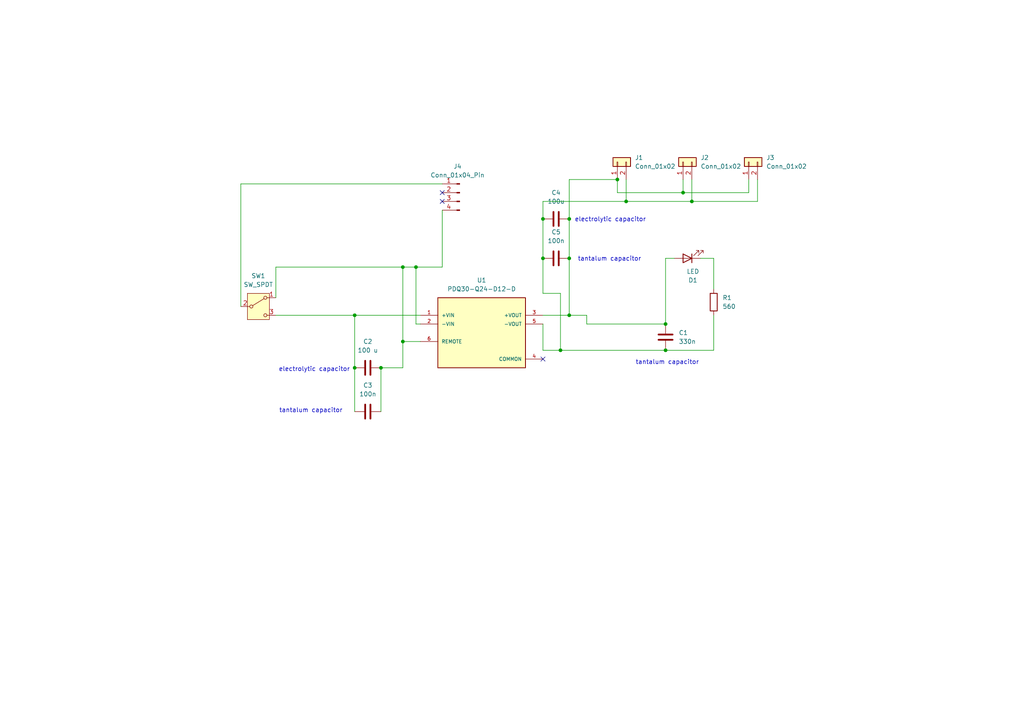
<source format=kicad_sch>
(kicad_sch
	(version 20250114)
	(generator "eeschema")
	(generator_version "9.0")
	(uuid "730a7e3b-debe-415e-92d1-0c8950d2c05d")
	(paper "A4")
	(lib_symbols
		(symbol "Connector:Conn_01x04_Pin"
			(pin_names
				(offset 1.016)
				(hide yes)
			)
			(exclude_from_sim no)
			(in_bom yes)
			(on_board yes)
			(property "Reference" "J"
				(at 0 5.08 0)
				(effects
					(font
						(size 1.27 1.27)
					)
				)
			)
			(property "Value" "Conn_01x04_Pin"
				(at 0 -7.62 0)
				(effects
					(font
						(size 1.27 1.27)
					)
				)
			)
			(property "Footprint" ""
				(at 0 0 0)
				(effects
					(font
						(size 1.27 1.27)
					)
					(hide yes)
				)
			)
			(property "Datasheet" "~"
				(at 0 0 0)
				(effects
					(font
						(size 1.27 1.27)
					)
					(hide yes)
				)
			)
			(property "Description" "Generic connector, single row, 01x04, script generated"
				(at 0 0 0)
				(effects
					(font
						(size 1.27 1.27)
					)
					(hide yes)
				)
			)
			(property "ki_locked" ""
				(at 0 0 0)
				(effects
					(font
						(size 1.27 1.27)
					)
				)
			)
			(property "ki_keywords" "connector"
				(at 0 0 0)
				(effects
					(font
						(size 1.27 1.27)
					)
					(hide yes)
				)
			)
			(property "ki_fp_filters" "Connector*:*_1x??_*"
				(at 0 0 0)
				(effects
					(font
						(size 1.27 1.27)
					)
					(hide yes)
				)
			)
			(symbol "Conn_01x04_Pin_1_1"
				(rectangle
					(start 0.8636 2.667)
					(end 0 2.413)
					(stroke
						(width 0.1524)
						(type default)
					)
					(fill
						(type outline)
					)
				)
				(rectangle
					(start 0.8636 0.127)
					(end 0 -0.127)
					(stroke
						(width 0.1524)
						(type default)
					)
					(fill
						(type outline)
					)
				)
				(rectangle
					(start 0.8636 -2.413)
					(end 0 -2.667)
					(stroke
						(width 0.1524)
						(type default)
					)
					(fill
						(type outline)
					)
				)
				(rectangle
					(start 0.8636 -4.953)
					(end 0 -5.207)
					(stroke
						(width 0.1524)
						(type default)
					)
					(fill
						(type outline)
					)
				)
				(polyline
					(pts
						(xy 1.27 2.54) (xy 0.8636 2.54)
					)
					(stroke
						(width 0.1524)
						(type default)
					)
					(fill
						(type none)
					)
				)
				(polyline
					(pts
						(xy 1.27 0) (xy 0.8636 0)
					)
					(stroke
						(width 0.1524)
						(type default)
					)
					(fill
						(type none)
					)
				)
				(polyline
					(pts
						(xy 1.27 -2.54) (xy 0.8636 -2.54)
					)
					(stroke
						(width 0.1524)
						(type default)
					)
					(fill
						(type none)
					)
				)
				(polyline
					(pts
						(xy 1.27 -5.08) (xy 0.8636 -5.08)
					)
					(stroke
						(width 0.1524)
						(type default)
					)
					(fill
						(type none)
					)
				)
				(pin passive line
					(at 5.08 2.54 180)
					(length 3.81)
					(name "Pin_1"
						(effects
							(font
								(size 1.27 1.27)
							)
						)
					)
					(number "1"
						(effects
							(font
								(size 1.27 1.27)
							)
						)
					)
				)
				(pin passive line
					(at 5.08 0 180)
					(length 3.81)
					(name "Pin_2"
						(effects
							(font
								(size 1.27 1.27)
							)
						)
					)
					(number "2"
						(effects
							(font
								(size 1.27 1.27)
							)
						)
					)
				)
				(pin passive line
					(at 5.08 -2.54 180)
					(length 3.81)
					(name "Pin_3"
						(effects
							(font
								(size 1.27 1.27)
							)
						)
					)
					(number "3"
						(effects
							(font
								(size 1.27 1.27)
							)
						)
					)
				)
				(pin passive line
					(at 5.08 -5.08 180)
					(length 3.81)
					(name "Pin_4"
						(effects
							(font
								(size 1.27 1.27)
							)
						)
					)
					(number "4"
						(effects
							(font
								(size 1.27 1.27)
							)
						)
					)
				)
			)
			(embedded_fonts no)
		)
		(symbol "Connector_Generic:Conn_01x02"
			(pin_names
				(offset 1.016)
				(hide yes)
			)
			(exclude_from_sim no)
			(in_bom yes)
			(on_board yes)
			(property "Reference" "J"
				(at 0 2.54 0)
				(effects
					(font
						(size 1.27 1.27)
					)
				)
			)
			(property "Value" "Conn_01x02"
				(at 0 -5.08 0)
				(effects
					(font
						(size 1.27 1.27)
					)
				)
			)
			(property "Footprint" ""
				(at 0 0 0)
				(effects
					(font
						(size 1.27 1.27)
					)
					(hide yes)
				)
			)
			(property "Datasheet" "~"
				(at 0 0 0)
				(effects
					(font
						(size 1.27 1.27)
					)
					(hide yes)
				)
			)
			(property "Description" "Generic connector, single row, 01x02, script generated (kicad-library-utils/schlib/autogen/connector/)"
				(at 0 0 0)
				(effects
					(font
						(size 1.27 1.27)
					)
					(hide yes)
				)
			)
			(property "ki_keywords" "connector"
				(at 0 0 0)
				(effects
					(font
						(size 1.27 1.27)
					)
					(hide yes)
				)
			)
			(property "ki_fp_filters" "Connector*:*_1x??_*"
				(at 0 0 0)
				(effects
					(font
						(size 1.27 1.27)
					)
					(hide yes)
				)
			)
			(symbol "Conn_01x02_1_1"
				(rectangle
					(start -1.27 1.27)
					(end 1.27 -3.81)
					(stroke
						(width 0.254)
						(type default)
					)
					(fill
						(type background)
					)
				)
				(rectangle
					(start -1.27 0.127)
					(end 0 -0.127)
					(stroke
						(width 0.1524)
						(type default)
					)
					(fill
						(type none)
					)
				)
				(rectangle
					(start -1.27 -2.413)
					(end 0 -2.667)
					(stroke
						(width 0.1524)
						(type default)
					)
					(fill
						(type none)
					)
				)
				(pin passive line
					(at -5.08 0 0)
					(length 3.81)
					(name "Pin_1"
						(effects
							(font
								(size 1.27 1.27)
							)
						)
					)
					(number "1"
						(effects
							(font
								(size 1.27 1.27)
							)
						)
					)
				)
				(pin passive line
					(at -5.08 -2.54 0)
					(length 3.81)
					(name "Pin_2"
						(effects
							(font
								(size 1.27 1.27)
							)
						)
					)
					(number "2"
						(effects
							(font
								(size 1.27 1.27)
							)
						)
					)
				)
			)
			(embedded_fonts no)
		)
		(symbol "Device:C"
			(pin_numbers
				(hide yes)
			)
			(pin_names
				(offset 0.254)
			)
			(exclude_from_sim no)
			(in_bom yes)
			(on_board yes)
			(property "Reference" "C"
				(at 0.635 2.54 0)
				(effects
					(font
						(size 1.27 1.27)
					)
					(justify left)
				)
			)
			(property "Value" "C"
				(at 0.635 -2.54 0)
				(effects
					(font
						(size 1.27 1.27)
					)
					(justify left)
				)
			)
			(property "Footprint" ""
				(at 0.9652 -3.81 0)
				(effects
					(font
						(size 1.27 1.27)
					)
					(hide yes)
				)
			)
			(property "Datasheet" "~"
				(at 0 0 0)
				(effects
					(font
						(size 1.27 1.27)
					)
					(hide yes)
				)
			)
			(property "Description" "Unpolarized capacitor"
				(at 0 0 0)
				(effects
					(font
						(size 1.27 1.27)
					)
					(hide yes)
				)
			)
			(property "ki_keywords" "cap capacitor"
				(at 0 0 0)
				(effects
					(font
						(size 1.27 1.27)
					)
					(hide yes)
				)
			)
			(property "ki_fp_filters" "C_*"
				(at 0 0 0)
				(effects
					(font
						(size 1.27 1.27)
					)
					(hide yes)
				)
			)
			(symbol "C_0_1"
				(polyline
					(pts
						(xy -2.032 0.762) (xy 2.032 0.762)
					)
					(stroke
						(width 0.508)
						(type default)
					)
					(fill
						(type none)
					)
				)
				(polyline
					(pts
						(xy -2.032 -0.762) (xy 2.032 -0.762)
					)
					(stroke
						(width 0.508)
						(type default)
					)
					(fill
						(type none)
					)
				)
			)
			(symbol "C_1_1"
				(pin passive line
					(at 0 3.81 270)
					(length 2.794)
					(name "~"
						(effects
							(font
								(size 1.27 1.27)
							)
						)
					)
					(number "1"
						(effects
							(font
								(size 1.27 1.27)
							)
						)
					)
				)
				(pin passive line
					(at 0 -3.81 90)
					(length 2.794)
					(name "~"
						(effects
							(font
								(size 1.27 1.27)
							)
						)
					)
					(number "2"
						(effects
							(font
								(size 1.27 1.27)
							)
						)
					)
				)
			)
			(embedded_fonts no)
		)
		(symbol "Device:LED"
			(pin_numbers
				(hide yes)
			)
			(pin_names
				(offset 1.016)
				(hide yes)
			)
			(exclude_from_sim no)
			(in_bom yes)
			(on_board yes)
			(property "Reference" "D"
				(at 0 2.54 0)
				(effects
					(font
						(size 1.27 1.27)
					)
				)
			)
			(property "Value" "LED"
				(at 0 -2.54 0)
				(effects
					(font
						(size 1.27 1.27)
					)
				)
			)
			(property "Footprint" ""
				(at 0 0 0)
				(effects
					(font
						(size 1.27 1.27)
					)
					(hide yes)
				)
			)
			(property "Datasheet" "~"
				(at 0 0 0)
				(effects
					(font
						(size 1.27 1.27)
					)
					(hide yes)
				)
			)
			(property "Description" "Light emitting diode"
				(at 0 0 0)
				(effects
					(font
						(size 1.27 1.27)
					)
					(hide yes)
				)
			)
			(property "Sim.Pins" "1=K 2=A"
				(at 0 0 0)
				(effects
					(font
						(size 1.27 1.27)
					)
					(hide yes)
				)
			)
			(property "ki_keywords" "LED diode"
				(at 0 0 0)
				(effects
					(font
						(size 1.27 1.27)
					)
					(hide yes)
				)
			)
			(property "ki_fp_filters" "LED* LED_SMD:* LED_THT:*"
				(at 0 0 0)
				(effects
					(font
						(size 1.27 1.27)
					)
					(hide yes)
				)
			)
			(symbol "LED_0_1"
				(polyline
					(pts
						(xy -3.048 -0.762) (xy -4.572 -2.286) (xy -3.81 -2.286) (xy -4.572 -2.286) (xy -4.572 -1.524)
					)
					(stroke
						(width 0)
						(type default)
					)
					(fill
						(type none)
					)
				)
				(polyline
					(pts
						(xy -1.778 -0.762) (xy -3.302 -2.286) (xy -2.54 -2.286) (xy -3.302 -2.286) (xy -3.302 -1.524)
					)
					(stroke
						(width 0)
						(type default)
					)
					(fill
						(type none)
					)
				)
				(polyline
					(pts
						(xy -1.27 0) (xy 1.27 0)
					)
					(stroke
						(width 0)
						(type default)
					)
					(fill
						(type none)
					)
				)
				(polyline
					(pts
						(xy -1.27 -1.27) (xy -1.27 1.27)
					)
					(stroke
						(width 0.254)
						(type default)
					)
					(fill
						(type none)
					)
				)
				(polyline
					(pts
						(xy 1.27 -1.27) (xy 1.27 1.27) (xy -1.27 0) (xy 1.27 -1.27)
					)
					(stroke
						(width 0.254)
						(type default)
					)
					(fill
						(type none)
					)
				)
			)
			(symbol "LED_1_1"
				(pin passive line
					(at -3.81 0 0)
					(length 2.54)
					(name "K"
						(effects
							(font
								(size 1.27 1.27)
							)
						)
					)
					(number "1"
						(effects
							(font
								(size 1.27 1.27)
							)
						)
					)
				)
				(pin passive line
					(at 3.81 0 180)
					(length 2.54)
					(name "A"
						(effects
							(font
								(size 1.27 1.27)
							)
						)
					)
					(number "2"
						(effects
							(font
								(size 1.27 1.27)
							)
						)
					)
				)
			)
			(embedded_fonts no)
		)
		(symbol "Device:R"
			(pin_numbers
				(hide yes)
			)
			(pin_names
				(offset 0)
			)
			(exclude_from_sim no)
			(in_bom yes)
			(on_board yes)
			(property "Reference" "R"
				(at 2.032 0 90)
				(effects
					(font
						(size 1.27 1.27)
					)
				)
			)
			(property "Value" "R"
				(at 0 0 90)
				(effects
					(font
						(size 1.27 1.27)
					)
				)
			)
			(property "Footprint" ""
				(at -1.778 0 90)
				(effects
					(font
						(size 1.27 1.27)
					)
					(hide yes)
				)
			)
			(property "Datasheet" "~"
				(at 0 0 0)
				(effects
					(font
						(size 1.27 1.27)
					)
					(hide yes)
				)
			)
			(property "Description" "Resistor"
				(at 0 0 0)
				(effects
					(font
						(size 1.27 1.27)
					)
					(hide yes)
				)
			)
			(property "ki_keywords" "R res resistor"
				(at 0 0 0)
				(effects
					(font
						(size 1.27 1.27)
					)
					(hide yes)
				)
			)
			(property "ki_fp_filters" "R_*"
				(at 0 0 0)
				(effects
					(font
						(size 1.27 1.27)
					)
					(hide yes)
				)
			)
			(symbol "R_0_1"
				(rectangle
					(start -1.016 -2.54)
					(end 1.016 2.54)
					(stroke
						(width 0.254)
						(type default)
					)
					(fill
						(type none)
					)
				)
			)
			(symbol "R_1_1"
				(pin passive line
					(at 0 3.81 270)
					(length 1.27)
					(name "~"
						(effects
							(font
								(size 1.27 1.27)
							)
						)
					)
					(number "1"
						(effects
							(font
								(size 1.27 1.27)
							)
						)
					)
				)
				(pin passive line
					(at 0 -3.81 90)
					(length 1.27)
					(name "~"
						(effects
							(font
								(size 1.27 1.27)
							)
						)
					)
					(number "2"
						(effects
							(font
								(size 1.27 1.27)
							)
						)
					)
				)
			)
			(embedded_fonts no)
		)
		(symbol "PDQ30-Q24-D12-D:PDQ30-Q24-D12-D"
			(pin_names
				(offset 1.016)
			)
			(exclude_from_sim no)
			(in_bom yes)
			(on_board yes)
			(property "Reference" "U"
				(at -12.7117 10.1694 0)
				(effects
					(font
						(size 1.27 1.27)
					)
					(justify left bottom)
				)
			)
			(property "Value" "PDQ30-Q24-D12-D"
				(at -12.7338 -12.7338 0)
				(effects
					(font
						(size 1.27 1.27)
					)
					(justify left bottom)
				)
			)
			(property "Footprint" "PDQ30-Q24-D12-D:CONV_PDQ30-Q24-D12-D"
				(at 0 0 0)
				(effects
					(font
						(size 1.27 1.27)
					)
					(justify bottom)
					(hide yes)
				)
			)
			(property "Datasheet" ""
				(at 0 0 0)
				(effects
					(font
						(size 1.27 1.27)
					)
					(hide yes)
				)
			)
			(property "Description" ""
				(at 0 0 0)
				(effects
					(font
						(size 1.27 1.27)
					)
					(hide yes)
				)
			)
			(property "PARTREV" "1.0"
				(at 0 0 0)
				(effects
					(font
						(size 1.27 1.27)
					)
					(justify bottom)
					(hide yes)
				)
			)
			(property "MANUFACTURER" "CUI Inc"
				(at 0 0 0)
				(effects
					(font
						(size 1.27 1.27)
					)
					(justify bottom)
					(hide yes)
				)
			)
			(property "STANDARD" "Manufacturer Recommendations"
				(at 0 0 0)
				(effects
					(font
						(size 1.27 1.27)
					)
					(justify bottom)
					(hide yes)
				)
			)
			(symbol "PDQ30-Q24-D12-D_0_0"
				(rectangle
					(start -12.7 -10.16)
					(end 12.7 10.16)
					(stroke
						(width 0.254)
						(type default)
					)
					(fill
						(type background)
					)
				)
				(pin input line
					(at -17.78 5.08 0)
					(length 5.08)
					(name "+VIN"
						(effects
							(font
								(size 1.016 1.016)
							)
						)
					)
					(number "1"
						(effects
							(font
								(size 1.016 1.016)
							)
						)
					)
				)
				(pin input line
					(at -17.78 2.54 0)
					(length 5.08)
					(name "-VIN"
						(effects
							(font
								(size 1.016 1.016)
							)
						)
					)
					(number "2"
						(effects
							(font
								(size 1.016 1.016)
							)
						)
					)
				)
				(pin input line
					(at -17.78 -2.54 0)
					(length 5.08)
					(name "REMOTE"
						(effects
							(font
								(size 1.016 1.016)
							)
						)
					)
					(number "6"
						(effects
							(font
								(size 1.016 1.016)
							)
						)
					)
				)
				(pin output line
					(at 17.78 5.08 180)
					(length 5.08)
					(name "+VOUT"
						(effects
							(font
								(size 1.016 1.016)
							)
						)
					)
					(number "3"
						(effects
							(font
								(size 1.016 1.016)
							)
						)
					)
				)
				(pin output line
					(at 17.78 2.54 180)
					(length 5.08)
					(name "-VOUT"
						(effects
							(font
								(size 1.016 1.016)
							)
						)
					)
					(number "5"
						(effects
							(font
								(size 1.016 1.016)
							)
						)
					)
				)
				(pin power_in line
					(at 17.78 -7.62 180)
					(length 5.08)
					(name "COMMON"
						(effects
							(font
								(size 1.016 1.016)
							)
						)
					)
					(number "4"
						(effects
							(font
								(size 1.016 1.016)
							)
						)
					)
				)
			)
			(embedded_fonts no)
		)
		(symbol "Switch:SW_SPDT"
			(pin_names
				(offset 0)
				(hide yes)
			)
			(exclude_from_sim no)
			(in_bom yes)
			(on_board yes)
			(property "Reference" "SW"
				(at 0 5.08 0)
				(effects
					(font
						(size 1.27 1.27)
					)
				)
			)
			(property "Value" "SW_SPDT"
				(at 0 -5.08 0)
				(effects
					(font
						(size 1.27 1.27)
					)
				)
			)
			(property "Footprint" ""
				(at 0 0 0)
				(effects
					(font
						(size 1.27 1.27)
					)
					(hide yes)
				)
			)
			(property "Datasheet" "~"
				(at 0 -7.62 0)
				(effects
					(font
						(size 1.27 1.27)
					)
					(hide yes)
				)
			)
			(property "Description" "Switch, single pole double throw"
				(at 0 0 0)
				(effects
					(font
						(size 1.27 1.27)
					)
					(hide yes)
				)
			)
			(property "ki_keywords" "switch single-pole double-throw spdt ON-ON"
				(at 0 0 0)
				(effects
					(font
						(size 1.27 1.27)
					)
					(hide yes)
				)
			)
			(symbol "SW_SPDT_0_1"
				(circle
					(center -2.032 0)
					(radius 0.4572)
					(stroke
						(width 0)
						(type default)
					)
					(fill
						(type none)
					)
				)
				(polyline
					(pts
						(xy -1.651 0.254) (xy 1.651 2.286)
					)
					(stroke
						(width 0)
						(type default)
					)
					(fill
						(type none)
					)
				)
				(circle
					(center 2.032 2.54)
					(radius 0.4572)
					(stroke
						(width 0)
						(type default)
					)
					(fill
						(type none)
					)
				)
				(circle
					(center 2.032 -2.54)
					(radius 0.4572)
					(stroke
						(width 0)
						(type default)
					)
					(fill
						(type none)
					)
				)
			)
			(symbol "SW_SPDT_1_1"
				(rectangle
					(start -3.175 3.81)
					(end 3.175 -3.81)
					(stroke
						(width 0)
						(type default)
					)
					(fill
						(type background)
					)
				)
				(pin passive line
					(at -5.08 0 0)
					(length 2.54)
					(name "B"
						(effects
							(font
								(size 1.27 1.27)
							)
						)
					)
					(number "2"
						(effects
							(font
								(size 1.27 1.27)
							)
						)
					)
				)
				(pin passive line
					(at 5.08 2.54 180)
					(length 2.54)
					(name "A"
						(effects
							(font
								(size 1.27 1.27)
							)
						)
					)
					(number "1"
						(effects
							(font
								(size 1.27 1.27)
							)
						)
					)
				)
				(pin passive line
					(at 5.08 -2.54 180)
					(length 2.54)
					(name "C"
						(effects
							(font
								(size 1.27 1.27)
							)
						)
					)
					(number "3"
						(effects
							(font
								(size 1.27 1.27)
							)
						)
					)
				)
			)
			(embedded_fonts no)
		)
	)
	(text "electrolytic capacitor"
		(exclude_from_sim no)
		(at 177.038 63.754 0)
		(effects
			(font
				(size 1.27 1.27)
			)
		)
		(uuid "0b7f2edf-f109-4e51-9e4c-963049c6f5ea")
	)
	(text "electrolytic capacitor"
		(exclude_from_sim no)
		(at 91.186 107.188 0)
		(effects
			(font
				(size 1.27 1.27)
			)
		)
		(uuid "184292cf-4720-4a1f-9d5c-118f85e35ba7")
	)
	(text "tantalum capacitor"
		(exclude_from_sim no)
		(at 193.548 105.156 0)
		(effects
			(font
				(size 1.27 1.27)
			)
		)
		(uuid "50f3024a-bcaf-4bc3-83b4-3ed121f5ac68")
	)
	(text "tantalum capacitor"
		(exclude_from_sim no)
		(at 90.17 119.126 0)
		(effects
			(font
				(size 1.27 1.27)
			)
		)
		(uuid "d02aa812-f2eb-42bf-a724-4d879b1b2e5a")
	)
	(text "tantalum capacitor"
		(exclude_from_sim no)
		(at 176.784 75.184 0)
		(effects
			(font
				(size 1.27 1.27)
			)
		)
		(uuid "db4e70b4-165c-48b4-b777-387a76759378")
	)
	(junction
		(at 157.48 63.5)
		(diameter 0)
		(color 0 0 0 0)
		(uuid "11549b9d-dd69-40d1-a1d9-1639cd2c66c6")
	)
	(junction
		(at 179.07 52.07)
		(diameter 0)
		(color 0 0 0 0)
		(uuid "11b218f1-352b-4943-b688-7c7612251fbe")
	)
	(junction
		(at 110.49 106.68)
		(diameter 0)
		(color 0 0 0 0)
		(uuid "163d431e-f602-4d1e-aa2c-9b6f78bf5af6")
	)
	(junction
		(at 165.1 91.44)
		(diameter 0)
		(color 0 0 0 0)
		(uuid "1f8a7f88-68dc-4a99-abab-f5863c21b677")
	)
	(junction
		(at 102.87 106.68)
		(diameter 0)
		(color 0 0 0 0)
		(uuid "202a9256-f8a9-4c16-aea2-b28b670a18c4")
	)
	(junction
		(at 198.12 55.88)
		(diameter 0)
		(color 0 0 0 0)
		(uuid "309cf825-bf10-462f-a096-5b037c509ba3")
	)
	(junction
		(at 200.66 58.42)
		(diameter 0)
		(color 0 0 0 0)
		(uuid "34fc92fb-a8b2-409f-a624-aa3965e3d083")
	)
	(junction
		(at 157.48 74.93)
		(diameter 0)
		(color 0 0 0 0)
		(uuid "4cf452aa-864d-4be8-8f82-f843ca5d409a")
	)
	(junction
		(at 102.87 91.44)
		(diameter 0)
		(color 0 0 0 0)
		(uuid "6f7f7054-0714-44d7-a2c7-fb81ad1ec70d")
	)
	(junction
		(at 120.65 77.47)
		(diameter 0)
		(color 0 0 0 0)
		(uuid "7ae5d7ec-01d6-4208-b6a2-0467b2e5011a")
	)
	(junction
		(at 116.84 99.06)
		(diameter 0)
		(color 0 0 0 0)
		(uuid "870e1cab-2480-4ab2-a4e0-d3ab9fe8e044")
	)
	(junction
		(at 165.1 74.93)
		(diameter 0)
		(color 0 0 0 0)
		(uuid "a3b63466-a529-4187-b544-8bbc38cca1f6")
	)
	(junction
		(at 165.1 63.5)
		(diameter 0)
		(color 0 0 0 0)
		(uuid "a5262fe7-3558-4419-89d9-59fac14abe1f")
	)
	(junction
		(at 193.04 101.6)
		(diameter 0)
		(color 0 0 0 0)
		(uuid "bc412ffb-2972-488b-b4bb-7309e7423d58")
	)
	(junction
		(at 116.84 77.47)
		(diameter 0)
		(color 0 0 0 0)
		(uuid "cf223327-ac2d-4b48-aa38-d228b455fb89")
	)
	(junction
		(at 181.61 58.42)
		(diameter 0)
		(color 0 0 0 0)
		(uuid "e9027f9b-4435-4548-8090-85ea9bdd65fe")
	)
	(junction
		(at 162.56 101.6)
		(diameter 0)
		(color 0 0 0 0)
		(uuid "f01a8df4-d8bc-4f19-b621-34391952e70c")
	)
	(junction
		(at 193.04 93.98)
		(diameter 0)
		(color 0 0 0 0)
		(uuid "f8a08ad2-bbe1-4bcb-b3c2-3c0a72c15278")
	)
	(no_connect
		(at 128.27 58.42)
		(uuid "801d0c4d-8f5f-4abf-bea7-8e6be1b1100f")
	)
	(no_connect
		(at 128.27 55.88)
		(uuid "852bf3f1-1901-4b89-855e-5523671fb470")
	)
	(no_connect
		(at 157.48 104.14)
		(uuid "c4f5f876-7bf8-4316-a48f-ecb9f7062b7e")
	)
	(wire
		(pts
			(xy 120.65 77.47) (xy 128.27 77.47)
		)
		(stroke
			(width 0)
			(type default)
		)
		(uuid "01586fca-cdb1-4d2e-b084-d7f3c0eddf63")
	)
	(wire
		(pts
			(xy 157.48 74.93) (xy 157.48 85.09)
		)
		(stroke
			(width 0)
			(type default)
		)
		(uuid "030f1f43-4c28-4ae2-aa12-47dd2cbdb6a6")
	)
	(wire
		(pts
			(xy 157.48 58.42) (xy 157.48 63.5)
		)
		(stroke
			(width 0)
			(type default)
		)
		(uuid "04f2f7b1-a24f-4266-bd57-240dc8b15723")
	)
	(wire
		(pts
			(xy 110.49 106.68) (xy 110.49 119.38)
		)
		(stroke
			(width 0)
			(type default)
		)
		(uuid "078e27fe-0e30-4846-85c4-d84cf6530a4e")
	)
	(wire
		(pts
			(xy 157.48 63.5) (xy 157.48 74.93)
		)
		(stroke
			(width 0)
			(type default)
		)
		(uuid "0a261def-ef7f-465d-9d2f-cad606800001")
	)
	(wire
		(pts
			(xy 165.1 74.93) (xy 165.1 91.44)
		)
		(stroke
			(width 0)
			(type default)
		)
		(uuid "10b8ac0d-e77b-4627-b401-c0eb1df505e0")
	)
	(wire
		(pts
			(xy 121.92 93.98) (xy 120.65 93.98)
		)
		(stroke
			(width 0)
			(type default)
		)
		(uuid "21724567-d3f3-495e-9f6e-1d2fed69b0b1")
	)
	(wire
		(pts
			(xy 120.65 77.47) (xy 120.65 93.98)
		)
		(stroke
			(width 0)
			(type default)
		)
		(uuid "2bcda500-332e-49c2-a10a-7b4e32499ca5")
	)
	(wire
		(pts
			(xy 217.17 52.07) (xy 217.17 55.88)
		)
		(stroke
			(width 0)
			(type default)
		)
		(uuid "365cfb55-85ac-4e23-b0d3-0ecbef854691")
	)
	(wire
		(pts
			(xy 198.12 55.88) (xy 217.17 55.88)
		)
		(stroke
			(width 0)
			(type default)
		)
		(uuid "3f2a618c-db8a-4fa1-94c2-7ed7d1b1a250")
	)
	(wire
		(pts
			(xy 165.1 63.5) (xy 165.1 52.07)
		)
		(stroke
			(width 0)
			(type default)
		)
		(uuid "4497537b-2ff3-44fa-87b4-15a5b51c0d30")
	)
	(wire
		(pts
			(xy 110.49 106.68) (xy 116.84 106.68)
		)
		(stroke
			(width 0)
			(type default)
		)
		(uuid "533299bc-45e8-4cdd-a022-59ea460e8434")
	)
	(wire
		(pts
			(xy 157.48 101.6) (xy 162.56 101.6)
		)
		(stroke
			(width 0)
			(type default)
		)
		(uuid "65dc09e9-a5c6-4ef0-bd9f-8903d4bea7e7")
	)
	(wire
		(pts
			(xy 165.1 52.07) (xy 179.07 52.07)
		)
		(stroke
			(width 0)
			(type default)
		)
		(uuid "666a0b3f-ddbd-4deb-992d-ef7ce174924b")
	)
	(wire
		(pts
			(xy 200.66 52.07) (xy 200.66 58.42)
		)
		(stroke
			(width 0)
			(type default)
		)
		(uuid "6f55f2d3-8cd3-4e5e-9682-5742d90ab2a2")
	)
	(wire
		(pts
			(xy 165.1 63.5) (xy 165.1 74.93)
		)
		(stroke
			(width 0)
			(type default)
		)
		(uuid "6f57a894-58d2-4748-9401-dabad1759768")
	)
	(wire
		(pts
			(xy 116.84 77.47) (xy 120.65 77.47)
		)
		(stroke
			(width 0)
			(type default)
		)
		(uuid "74881a81-f08f-4918-a373-36b3db2f23be")
	)
	(wire
		(pts
			(xy 69.85 53.34) (xy 128.27 53.34)
		)
		(stroke
			(width 0)
			(type default)
		)
		(uuid "7b452bd2-8513-49ef-8e6e-99612c1a4734")
	)
	(wire
		(pts
			(xy 219.71 58.42) (xy 200.66 58.42)
		)
		(stroke
			(width 0)
			(type default)
		)
		(uuid "7c193041-fb27-443f-8623-0a41e6bdf10d")
	)
	(wire
		(pts
			(xy 157.48 91.44) (xy 165.1 91.44)
		)
		(stroke
			(width 0)
			(type default)
		)
		(uuid "7cf65a20-2c27-4813-a7fe-db00d1e70be4")
	)
	(wire
		(pts
			(xy 207.01 74.93) (xy 207.01 83.82)
		)
		(stroke
			(width 0)
			(type default)
		)
		(uuid "7efc86fe-205b-482b-b0ec-a988a03fea9c")
	)
	(wire
		(pts
			(xy 157.48 93.98) (xy 157.48 101.6)
		)
		(stroke
			(width 0)
			(type default)
		)
		(uuid "8034726c-1498-476d-99d1-fd35a08e0109")
	)
	(wire
		(pts
			(xy 193.04 74.93) (xy 193.04 93.98)
		)
		(stroke
			(width 0)
			(type default)
		)
		(uuid "80a3fca2-b2e6-46a4-8553-848cfaebb23e")
	)
	(wire
		(pts
			(xy 165.1 91.44) (xy 170.18 91.44)
		)
		(stroke
			(width 0)
			(type default)
		)
		(uuid "86a24dfa-51ae-4029-aca7-9cc72ba721de")
	)
	(wire
		(pts
			(xy 198.12 52.07) (xy 198.12 55.88)
		)
		(stroke
			(width 0)
			(type default)
		)
		(uuid "879892d0-6d51-4189-8484-d555d9b39c44")
	)
	(wire
		(pts
			(xy 80.01 86.36) (xy 80.01 77.47)
		)
		(stroke
			(width 0)
			(type default)
		)
		(uuid "8982320d-3aaa-40bb-abcf-06bf030d3fad")
	)
	(wire
		(pts
			(xy 102.87 91.44) (xy 102.87 106.68)
		)
		(stroke
			(width 0)
			(type default)
		)
		(uuid "90a48972-0b9b-4694-97d8-df4d91a05779")
	)
	(wire
		(pts
			(xy 179.07 52.07) (xy 179.07 55.88)
		)
		(stroke
			(width 0)
			(type default)
		)
		(uuid "954507b1-f219-4b1f-b3ec-7f48cebf3587")
	)
	(wire
		(pts
			(xy 170.18 93.98) (xy 193.04 93.98)
		)
		(stroke
			(width 0)
			(type default)
		)
		(uuid "959e8115-cbfb-4362-a4ac-678733b06ecb")
	)
	(wire
		(pts
			(xy 80.01 77.47) (xy 116.84 77.47)
		)
		(stroke
			(width 0)
			(type default)
		)
		(uuid "9c61e323-e07d-4eec-bfa0-5aaf55e241bf")
	)
	(wire
		(pts
			(xy 102.87 106.68) (xy 102.87 119.38)
		)
		(stroke
			(width 0)
			(type default)
		)
		(uuid "9e82572f-dd82-44bc-a60c-967551254c11")
	)
	(wire
		(pts
			(xy 219.71 52.07) (xy 219.71 58.42)
		)
		(stroke
			(width 0)
			(type default)
		)
		(uuid "a83d58c1-58b1-45f5-9250-49ff99627ced")
	)
	(wire
		(pts
			(xy 193.04 74.93) (xy 195.58 74.93)
		)
		(stroke
			(width 0)
			(type default)
		)
		(uuid "b2697f67-cc0f-4eeb-8e2a-8ec60ab827ba")
	)
	(wire
		(pts
			(xy 203.2 74.93) (xy 207.01 74.93)
		)
		(stroke
			(width 0)
			(type default)
		)
		(uuid "b4bec7e8-7a66-4e28-b2d2-b1df4572b4c4")
	)
	(wire
		(pts
			(xy 181.61 58.42) (xy 157.48 58.42)
		)
		(stroke
			(width 0)
			(type default)
		)
		(uuid "bd40232d-e1b8-4373-9346-843cb27845f9")
	)
	(wire
		(pts
			(xy 102.87 91.44) (xy 121.92 91.44)
		)
		(stroke
			(width 0)
			(type default)
		)
		(uuid "beb7055b-1a50-4b9d-95aa-4fab47dc88a7")
	)
	(wire
		(pts
			(xy 162.56 85.09) (xy 162.56 101.6)
		)
		(stroke
			(width 0)
			(type default)
		)
		(uuid "c25f3584-686e-4fbd-86ac-e8ba807f3095")
	)
	(wire
		(pts
			(xy 157.48 85.09) (xy 162.56 85.09)
		)
		(stroke
			(width 0)
			(type default)
		)
		(uuid "c9a997ef-0ace-43e1-91f3-559b203f77e1")
	)
	(wire
		(pts
			(xy 128.27 60.96) (xy 128.27 77.47)
		)
		(stroke
			(width 0)
			(type default)
		)
		(uuid "d59e0c7e-2adb-4f66-9974-51bffbb63da3")
	)
	(wire
		(pts
			(xy 170.18 91.44) (xy 170.18 93.98)
		)
		(stroke
			(width 0)
			(type default)
		)
		(uuid "dbecbf66-3cd8-4a3b-8f51-969fac992303")
	)
	(wire
		(pts
			(xy 162.56 101.6) (xy 193.04 101.6)
		)
		(stroke
			(width 0)
			(type default)
		)
		(uuid "dc78be6b-0c2e-41aa-9502-ebea8c458362")
	)
	(wire
		(pts
			(xy 181.61 52.07) (xy 181.61 58.42)
		)
		(stroke
			(width 0)
			(type default)
		)
		(uuid "deff0358-e10f-4bb3-800f-aa87bcf70612")
	)
	(wire
		(pts
			(xy 116.84 99.06) (xy 116.84 106.68)
		)
		(stroke
			(width 0)
			(type default)
		)
		(uuid "e23b1b94-a389-498d-a2a0-47bcb23eb51e")
	)
	(wire
		(pts
			(xy 207.01 101.6) (xy 193.04 101.6)
		)
		(stroke
			(width 0)
			(type default)
		)
		(uuid "e409e3a0-1ac8-4e62-9cfa-753949c809ca")
	)
	(wire
		(pts
			(xy 207.01 91.44) (xy 207.01 101.6)
		)
		(stroke
			(width 0)
			(type default)
		)
		(uuid "e90816d5-2b0d-4c05-8b7e-9427497b1674")
	)
	(wire
		(pts
			(xy 200.66 58.42) (xy 181.61 58.42)
		)
		(stroke
			(width 0)
			(type default)
		)
		(uuid "eb9612f6-8950-4f92-a683-0e5365d5b55f")
	)
	(wire
		(pts
			(xy 179.07 55.88) (xy 198.12 55.88)
		)
		(stroke
			(width 0)
			(type default)
		)
		(uuid "f30b77db-82c5-4602-9d2e-e84ea7b94441")
	)
	(wire
		(pts
			(xy 69.85 53.34) (xy 69.85 88.9)
		)
		(stroke
			(width 0)
			(type default)
		)
		(uuid "f4322c61-2d97-43f2-a54e-1840f72533e7")
	)
	(wire
		(pts
			(xy 80.01 91.44) (xy 102.87 91.44)
		)
		(stroke
			(width 0)
			(type default)
		)
		(uuid "f8a95cb2-b148-4ba9-a3eb-d7ea46479996")
	)
	(wire
		(pts
			(xy 116.84 77.47) (xy 116.84 99.06)
		)
		(stroke
			(width 0)
			(type default)
		)
		(uuid "fba74888-d9db-4e87-b5cf-3613402e664c")
	)
	(wire
		(pts
			(xy 116.84 99.06) (xy 121.92 99.06)
		)
		(stroke
			(width 0)
			(type default)
		)
		(uuid "fc537143-be83-4aa2-b369-671347a14c36")
	)
	(symbol
		(lib_id "Connector_Generic:Conn_01x02")
		(at 198.12 46.99 90)
		(unit 1)
		(exclude_from_sim no)
		(in_bom yes)
		(on_board yes)
		(dnp no)
		(fields_autoplaced yes)
		(uuid "0d06bc26-5569-45dd-81b0-46609c3806af")
		(property "Reference" "J2"
			(at 203.2 45.7199 90)
			(effects
				(font
					(size 1.27 1.27)
				)
				(justify right)
			)
		)
		(property "Value" "Conn_01x02"
			(at 203.2 48.2599 90)
			(effects
				(font
					(size 1.27 1.27)
				)
				(justify right)
			)
		)
		(property "Footprint" ""
			(at 198.12 46.99 0)
			(effects
				(font
					(size 1.27 1.27)
				)
				(hide yes)
			)
		)
		(property "Datasheet" "~"
			(at 198.12 46.99 0)
			(effects
				(font
					(size 1.27 1.27)
				)
				(hide yes)
			)
		)
		(property "Description" "Generic connector, single row, 01x02, script generated (kicad-library-utils/schlib/autogen/connector/)"
			(at 198.12 46.99 0)
			(effects
				(font
					(size 1.27 1.27)
				)
				(hide yes)
			)
		)
		(pin "2"
			(uuid "397aedd2-7da7-44e9-be95-cba70fba0a1b")
		)
		(pin "1"
			(uuid "cd4d144f-9abc-41b8-a1ac-7d91c55135d8")
		)
		(instances
			(project ""
				(path "/730a7e3b-debe-415e-92d1-0c8950d2c05d"
					(reference "J2")
					(unit 1)
				)
			)
		)
	)
	(symbol
		(lib_id "Device:C")
		(at 106.68 106.68 90)
		(unit 1)
		(exclude_from_sim no)
		(in_bom yes)
		(on_board yes)
		(dnp no)
		(fields_autoplaced yes)
		(uuid "12747fd9-f837-481d-9ed4-47206458544a")
		(property "Reference" "C2"
			(at 106.68 99.06 90)
			(effects
				(font
					(size 1.27 1.27)
				)
			)
		)
		(property "Value" "100 u"
			(at 106.68 101.6 90)
			(effects
				(font
					(size 1.27 1.27)
				)
			)
		)
		(property "Footprint" ""
			(at 110.49 105.7148 0)
			(effects
				(font
					(size 1.27 1.27)
				)
				(hide yes)
			)
		)
		(property "Datasheet" "~"
			(at 106.68 106.68 0)
			(effects
				(font
					(size 1.27 1.27)
				)
				(hide yes)
			)
		)
		(property "Description" "Unpolarized capacitor"
			(at 106.68 106.68 0)
			(effects
				(font
					(size 1.27 1.27)
				)
				(hide yes)
			)
		)
		(pin "2"
			(uuid "cc862891-47c5-4117-a95f-dee64c17554e")
		)
		(pin "1"
			(uuid "84f2799e-6c3b-46bb-906b-aee29c83ba8d")
		)
		(instances
			(project ""
				(path "/730a7e3b-debe-415e-92d1-0c8950d2c05d"
					(reference "C2")
					(unit 1)
				)
			)
		)
	)
	(symbol
		(lib_id "Device:LED")
		(at 199.39 74.93 180)
		(unit 1)
		(exclude_from_sim no)
		(in_bom yes)
		(on_board yes)
		(dnp no)
		(uuid "2f3bdc30-cbd3-4fba-8e52-ec3e0788e711")
		(property "Reference" "D1"
			(at 200.9775 81.28 0)
			(effects
				(font
					(size 1.27 1.27)
				)
			)
		)
		(property "Value" "LED"
			(at 200.9775 78.74 0)
			(effects
				(font
					(size 1.27 1.27)
				)
			)
		)
		(property "Footprint" ""
			(at 199.39 74.93 0)
			(effects
				(font
					(size 1.27 1.27)
				)
				(hide yes)
			)
		)
		(property "Datasheet" "~"
			(at 199.39 74.93 0)
			(effects
				(font
					(size 1.27 1.27)
				)
				(hide yes)
			)
		)
		(property "Description" "Light emitting diode"
			(at 199.39 74.93 0)
			(effects
				(font
					(size 1.27 1.27)
				)
				(hide yes)
			)
		)
		(property "Sim.Pins" "1=K 2=A"
			(at 199.39 74.93 0)
			(effects
				(font
					(size 1.27 1.27)
				)
				(hide yes)
			)
		)
		(pin "1"
			(uuid "023902ca-4611-453a-8138-cee7dcef0dc0")
		)
		(pin "2"
			(uuid "2050fcfe-eb85-4eff-a645-96c125ec4f68")
		)
		(instances
			(project ""
				(path "/730a7e3b-debe-415e-92d1-0c8950d2c05d"
					(reference "D1")
					(unit 1)
				)
			)
		)
	)
	(symbol
		(lib_id "Device:C")
		(at 161.29 63.5 90)
		(unit 1)
		(exclude_from_sim no)
		(in_bom yes)
		(on_board yes)
		(dnp no)
		(fields_autoplaced yes)
		(uuid "35291f81-b716-4b56-8d4f-41088ab7fd33")
		(property "Reference" "C4"
			(at 161.29 55.88 90)
			(effects
				(font
					(size 1.27 1.27)
				)
			)
		)
		(property "Value" "100u"
			(at 161.29 58.42 90)
			(effects
				(font
					(size 1.27 1.27)
				)
			)
		)
		(property "Footprint" ""
			(at 165.1 62.5348 0)
			(effects
				(font
					(size 1.27 1.27)
				)
				(hide yes)
			)
		)
		(property "Datasheet" "~"
			(at 161.29 63.5 0)
			(effects
				(font
					(size 1.27 1.27)
				)
				(hide yes)
			)
		)
		(property "Description" "Unpolarized capacitor"
			(at 161.29 63.5 0)
			(effects
				(font
					(size 1.27 1.27)
				)
				(hide yes)
			)
		)
		(pin "1"
			(uuid "78882c8a-9d98-40f3-acc0-aa33b5aa44c7")
		)
		(pin "2"
			(uuid "2cc9f57f-c9cd-472c-bc91-2f4baa9a1998")
		)
		(instances
			(project ""
				(path "/730a7e3b-debe-415e-92d1-0c8950d2c05d"
					(reference "C4")
					(unit 1)
				)
			)
		)
	)
	(symbol
		(lib_id "Connector_Generic:Conn_01x02")
		(at 217.17 46.99 90)
		(unit 1)
		(exclude_from_sim no)
		(in_bom yes)
		(on_board yes)
		(dnp no)
		(fields_autoplaced yes)
		(uuid "3f8e0a28-c563-42bc-8ca3-330abcbdd551")
		(property "Reference" "J3"
			(at 222.25 45.7199 90)
			(effects
				(font
					(size 1.27 1.27)
				)
				(justify right)
			)
		)
		(property "Value" "Conn_01x02"
			(at 222.25 48.2599 90)
			(effects
				(font
					(size 1.27 1.27)
				)
				(justify right)
			)
		)
		(property "Footprint" ""
			(at 217.17 46.99 0)
			(effects
				(font
					(size 1.27 1.27)
				)
				(hide yes)
			)
		)
		(property "Datasheet" "~"
			(at 217.17 46.99 0)
			(effects
				(font
					(size 1.27 1.27)
				)
				(hide yes)
			)
		)
		(property "Description" "Generic connector, single row, 01x02, script generated (kicad-library-utils/schlib/autogen/connector/)"
			(at 217.17 46.99 0)
			(effects
				(font
					(size 1.27 1.27)
				)
				(hide yes)
			)
		)
		(pin "1"
			(uuid "d2750755-0b08-435d-a1ef-9c0025dd3572")
		)
		(pin "2"
			(uuid "5f73e27a-d4c5-44d0-8461-64be403bfc18")
		)
		(instances
			(project ""
				(path "/730a7e3b-debe-415e-92d1-0c8950d2c05d"
					(reference "J3")
					(unit 1)
				)
			)
		)
	)
	(symbol
		(lib_id "Connector:Conn_01x04_Pin")
		(at 133.35 55.88 0)
		(mirror y)
		(unit 1)
		(exclude_from_sim no)
		(in_bom yes)
		(on_board yes)
		(dnp no)
		(uuid "a4d46769-3989-4c22-a12d-c0cac88e4517")
		(property "Reference" "J4"
			(at 132.715 48.26 0)
			(effects
				(font
					(size 1.27 1.27)
				)
			)
		)
		(property "Value" "Conn_01x04_Pin"
			(at 132.715 50.8 0)
			(effects
				(font
					(size 1.27 1.27)
				)
			)
		)
		(property "Footprint" ""
			(at 133.35 55.88 0)
			(effects
				(font
					(size 1.27 1.27)
				)
				(hide yes)
			)
		)
		(property "Datasheet" "~"
			(at 133.35 55.88 0)
			(effects
				(font
					(size 1.27 1.27)
				)
				(hide yes)
			)
		)
		(property "Description" "Generic connector, single row, 01x04, script generated"
			(at 133.35 55.88 0)
			(effects
				(font
					(size 1.27 1.27)
				)
				(hide yes)
			)
		)
		(pin "4"
			(uuid "1814f1b7-8aea-4806-910e-65c65ec2ba1f")
		)
		(pin "3"
			(uuid "014fe785-73ce-40e8-9fff-9ce480e05c30")
		)
		(pin "1"
			(uuid "3a7b2a2e-ffe9-4c5c-8cc7-d32cfc19f8a5")
		)
		(pin "2"
			(uuid "76a709e2-3fee-4c4d-9a8a-14bae45526e7")
		)
		(instances
			(project ""
				(path "/730a7e3b-debe-415e-92d1-0c8950d2c05d"
					(reference "J4")
					(unit 1)
				)
			)
		)
	)
	(symbol
		(lib_id "Connector_Generic:Conn_01x02")
		(at 179.07 46.99 90)
		(unit 1)
		(exclude_from_sim no)
		(in_bom yes)
		(on_board yes)
		(dnp no)
		(fields_autoplaced yes)
		(uuid "ce5a6f3a-8ced-4bed-9d6f-4949079a92f6")
		(property "Reference" "J1"
			(at 184.15 45.7199 90)
			(effects
				(font
					(size 1.27 1.27)
				)
				(justify right)
			)
		)
		(property "Value" "Conn_01x02"
			(at 184.15 48.2599 90)
			(effects
				(font
					(size 1.27 1.27)
				)
				(justify right)
			)
		)
		(property "Footprint" "Connector_PinHeader_2.54mm:PinHeader_1x02_P2.54mm_Horizontal"
			(at 179.07 46.99 0)
			(effects
				(font
					(size 1.27 1.27)
				)
				(hide yes)
			)
		)
		(property "Datasheet" "~"
			(at 179.07 46.99 0)
			(effects
				(font
					(size 1.27 1.27)
				)
				(hide yes)
			)
		)
		(property "Description" "Generic connector, single row, 01x02, script generated (kicad-library-utils/schlib/autogen/connector/)"
			(at 179.07 46.99 0)
			(effects
				(font
					(size 1.27 1.27)
				)
				(hide yes)
			)
		)
		(pin "2"
			(uuid "edf047f1-6848-4c50-8060-aafbdb9a6f69")
		)
		(pin "1"
			(uuid "91a3d14c-5edc-40ed-a105-840c711c13e0")
		)
		(instances
			(project ""
				(path "/730a7e3b-debe-415e-92d1-0c8950d2c05d"
					(reference "J1")
					(unit 1)
				)
			)
		)
	)
	(symbol
		(lib_id "Device:C")
		(at 106.68 119.38 90)
		(unit 1)
		(exclude_from_sim no)
		(in_bom yes)
		(on_board yes)
		(dnp no)
		(fields_autoplaced yes)
		(uuid "d10e0104-84b9-498d-a6a3-c40e131fd819")
		(property "Reference" "C3"
			(at 106.68 111.76 90)
			(effects
				(font
					(size 1.27 1.27)
				)
			)
		)
		(property "Value" "100n"
			(at 106.68 114.3 90)
			(effects
				(font
					(size 1.27 1.27)
				)
			)
		)
		(property "Footprint" ""
			(at 110.49 118.4148 0)
			(effects
				(font
					(size 1.27 1.27)
				)
				(hide yes)
			)
		)
		(property "Datasheet" "~"
			(at 106.68 119.38 0)
			(effects
				(font
					(size 1.27 1.27)
				)
				(hide yes)
			)
		)
		(property "Description" "Unpolarized capacitor"
			(at 106.68 119.38 0)
			(effects
				(font
					(size 1.27 1.27)
				)
				(hide yes)
			)
		)
		(pin "1"
			(uuid "8b7d1230-3751-43dd-b373-6b06ad61ef2f")
		)
		(pin "2"
			(uuid "bd561f99-f742-468c-83f4-746a451f7f87")
		)
		(instances
			(project ""
				(path "/730a7e3b-debe-415e-92d1-0c8950d2c05d"
					(reference "C3")
					(unit 1)
				)
			)
		)
	)
	(symbol
		(lib_id "Device:R")
		(at 207.01 87.63 0)
		(unit 1)
		(exclude_from_sim no)
		(in_bom yes)
		(on_board yes)
		(dnp no)
		(fields_autoplaced yes)
		(uuid "d126233e-abf3-442a-b401-04f52a3a1208")
		(property "Reference" "R1"
			(at 209.55 86.3599 0)
			(effects
				(font
					(size 1.27 1.27)
				)
				(justify left)
			)
		)
		(property "Value" "560"
			(at 209.55 88.8999 0)
			(effects
				(font
					(size 1.27 1.27)
				)
				(justify left)
			)
		)
		(property "Footprint" ""
			(at 205.232 87.63 90)
			(effects
				(font
					(size 1.27 1.27)
				)
				(hide yes)
			)
		)
		(property "Datasheet" "~"
			(at 207.01 87.63 0)
			(effects
				(font
					(size 1.27 1.27)
				)
				(hide yes)
			)
		)
		(property "Description" "Resistor"
			(at 207.01 87.63 0)
			(effects
				(font
					(size 1.27 1.27)
				)
				(hide yes)
			)
		)
		(pin "2"
			(uuid "45ae796a-13a9-4e7e-9d29-b9857b9c36bf")
		)
		(pin "1"
			(uuid "ad568ee1-5923-498f-bcfe-21206176a9a4")
		)
		(instances
			(project ""
				(path "/730a7e3b-debe-415e-92d1-0c8950d2c05d"
					(reference "R1")
					(unit 1)
				)
			)
		)
	)
	(symbol
		(lib_id "Device:C")
		(at 193.04 97.79 0)
		(unit 1)
		(exclude_from_sim no)
		(in_bom yes)
		(on_board yes)
		(dnp no)
		(fields_autoplaced yes)
		(uuid "dfea72a1-697f-401d-b38c-52eed872fec6")
		(property "Reference" "C1"
			(at 196.85 96.5199 0)
			(effects
				(font
					(size 1.27 1.27)
				)
				(justify left)
			)
		)
		(property "Value" "330n"
			(at 196.85 99.0599 0)
			(effects
				(font
					(size 1.27 1.27)
				)
				(justify left)
			)
		)
		(property "Footprint" ""
			(at 194.0052 101.6 0)
			(effects
				(font
					(size 1.27 1.27)
				)
				(hide yes)
			)
		)
		(property "Datasheet" "~"
			(at 193.04 97.79 0)
			(effects
				(font
					(size 1.27 1.27)
				)
				(hide yes)
			)
		)
		(property "Description" "Unpolarized capacitor"
			(at 193.04 97.79 0)
			(effects
				(font
					(size 1.27 1.27)
				)
				(hide yes)
			)
		)
		(pin "1"
			(uuid "722d30a7-42c6-4353-8880-e76b86967929")
		)
		(pin "2"
			(uuid "f2333b0e-f5aa-4307-9b19-ea549b59a7c8")
		)
		(instances
			(project ""
				(path "/730a7e3b-debe-415e-92d1-0c8950d2c05d"
					(reference "C1")
					(unit 1)
				)
			)
		)
	)
	(symbol
		(lib_id "Switch:SW_SPDT")
		(at 74.93 88.9 0)
		(unit 1)
		(exclude_from_sim no)
		(in_bom yes)
		(on_board yes)
		(dnp no)
		(fields_autoplaced yes)
		(uuid "e4281ac8-eee2-4a89-a146-5ad654e47bf4")
		(property "Reference" "SW1"
			(at 74.93 80.01 0)
			(effects
				(font
					(size 1.27 1.27)
				)
			)
		)
		(property "Value" "SW_SPDT"
			(at 74.93 82.55 0)
			(effects
				(font
					(size 1.27 1.27)
				)
			)
		)
		(property "Footprint" ""
			(at 74.93 88.9 0)
			(effects
				(font
					(size 1.27 1.27)
				)
				(hide yes)
			)
		)
		(property "Datasheet" "~"
			(at 74.93 96.52 0)
			(effects
				(font
					(size 1.27 1.27)
				)
				(hide yes)
			)
		)
		(property "Description" "Switch, single pole double throw"
			(at 74.93 88.9 0)
			(effects
				(font
					(size 1.27 1.27)
				)
				(hide yes)
			)
		)
		(pin "3"
			(uuid "354d8af4-8927-49e9-954b-c28e67f0281a")
		)
		(pin "2"
			(uuid "d37832e9-6af3-4879-a2c2-03211fc470a3")
		)
		(pin "1"
			(uuid "b9c40093-29db-47f1-a774-3b1f2996cd64")
		)
		(instances
			(project ""
				(path "/730a7e3b-debe-415e-92d1-0c8950d2c05d"
					(reference "SW1")
					(unit 1)
				)
			)
		)
	)
	(symbol
		(lib_id "Device:C")
		(at 161.29 74.93 270)
		(unit 1)
		(exclude_from_sim no)
		(in_bom yes)
		(on_board yes)
		(dnp no)
		(fields_autoplaced yes)
		(uuid "e89725ad-52a6-4dfa-ab6c-25810a6b099f")
		(property "Reference" "C5"
			(at 161.29 67.31 90)
			(effects
				(font
					(size 1.27 1.27)
				)
			)
		)
		(property "Value" "100n"
			(at 161.29 69.85 90)
			(effects
				(font
					(size 1.27 1.27)
				)
			)
		)
		(property "Footprint" ""
			(at 157.48 75.8952 0)
			(effects
				(font
					(size 1.27 1.27)
				)
				(hide yes)
			)
		)
		(property "Datasheet" "~"
			(at 161.29 74.93 0)
			(effects
				(font
					(size 1.27 1.27)
				)
				(hide yes)
			)
		)
		(property "Description" "Unpolarized capacitor"
			(at 161.29 74.93 0)
			(effects
				(font
					(size 1.27 1.27)
				)
				(hide yes)
			)
		)
		(pin "2"
			(uuid "8771a51f-a856-4f0d-97eb-64b45cbc563d")
		)
		(pin "1"
			(uuid "7af65a5e-2d37-4058-9c60-e9e6673697a3")
		)
		(instances
			(project ""
				(path "/730a7e3b-debe-415e-92d1-0c8950d2c05d"
					(reference "C5")
					(unit 1)
				)
			)
		)
	)
	(symbol
		(lib_id "PDQ30-Q24-D12-D:PDQ30-Q24-D12-D")
		(at 139.7 96.52 0)
		(unit 1)
		(exclude_from_sim no)
		(in_bom yes)
		(on_board yes)
		(dnp no)
		(fields_autoplaced yes)
		(uuid "f7709808-b8a1-4e1c-b82a-3d103b618ddd")
		(property "Reference" "U1"
			(at 139.7 81.28 0)
			(effects
				(font
					(size 1.27 1.27)
				)
			)
		)
		(property "Value" "PDQ30-Q24-D12-D"
			(at 139.7 83.82 0)
			(effects
				(font
					(size 1.27 1.27)
				)
			)
		)
		(property "Footprint" "Library:CONV_PDQ30-Q24-D12-D"
			(at 139.7 96.52 0)
			(effects
				(font
					(size 1.27 1.27)
				)
				(justify bottom)
				(hide yes)
			)
		)
		(property "Datasheet" "https://www.belfuse.com/media/datasheets/products/power-supplies/PDQ30-D.pdf"
			(at 139.7 96.52 0)
			(effects
				(font
					(size 1.27 1.27)
				)
				(hide yes)
			)
		)
		(property "Description" "DC DC CONVERTER 12V 30W"
			(at 139.7 96.52 0)
			(effects
				(font
					(size 1.27 1.27)
				)
				(hide yes)
			)
		)
		(property "PARTREV" "1.0"
			(at 139.7 96.52 0)
			(effects
				(font
					(size 1.27 1.27)
				)
				(justify bottom)
				(hide yes)
			)
		)
		(property "MANUFACTURER" "CUI Inc"
			(at 139.7 96.52 0)
			(effects
				(font
					(size 1.27 1.27)
				)
				(justify bottom)
				(hide yes)
			)
		)
		(property "STANDARD" "Manufacturer Recommendations"
			(at 139.7 96.52 0)
			(effects
				(font
					(size 1.27 1.27)
				)
				(justify bottom)
				(hide yes)
			)
		)
		(pin "2"
			(uuid "21a7d116-a949-4fad-a142-10d5cd659050")
		)
		(pin "1"
			(uuid "f8aa1409-31aa-448a-9a79-51ba6cb8aa10")
		)
		(pin "6"
			(uuid "e6c34889-853e-40fb-89eb-3a13b61593d1")
		)
		(pin "4"
			(uuid "1081a26e-f1f8-43e3-9810-85b013fcb21a")
		)
		(pin "5"
			(uuid "60dd9ba8-9d2b-4467-8671-711d05f07498")
		)
		(pin "3"
			(uuid "0a9f79d0-0682-48c8-aea0-1aad139c8c31")
		)
		(instances
			(project ""
				(path "/730a7e3b-debe-415e-92d1-0c8950d2c05d"
					(reference "U1")
					(unit 1)
				)
			)
		)
	)
	(sheet_instances
		(path "/"
			(page "1")
		)
	)
	(embedded_fonts no)
)

</source>
